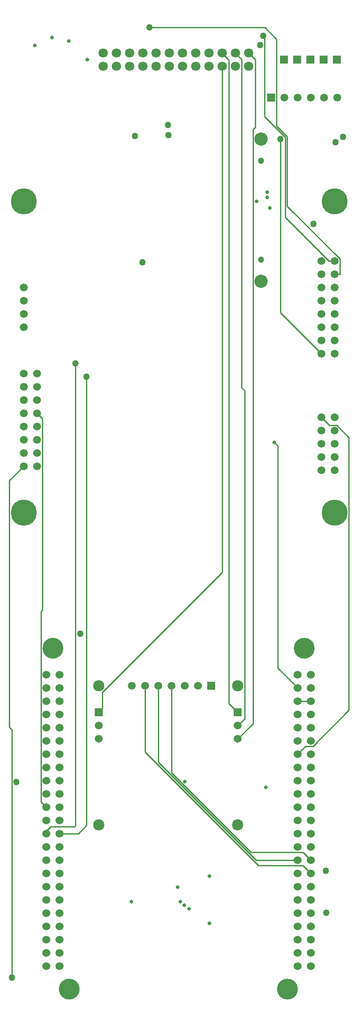
<source format=gbr>
G04 Layer_Physical_Order=5*
G04 Layer_Color=16440176*
%FSLAX26Y26*%
%MOIN*%
%TF.FileFunction,Copper,L5,Inr,Signal*%
%TF.Part,Single*%
G01*
G75*
%TA.AperFunction,Conductor*%
%ADD16C,0.010000*%
%TA.AperFunction,ComponentPad*%
%ADD17C,0.059055*%
%ADD18R,0.060000X0.060000*%
%ADD19C,0.047000*%
%ADD20C,0.100000*%
%ADD21R,0.059055X0.059055*%
%ADD22R,0.059055X0.059055*%
%TA.AperFunction,ViaPad*%
%ADD23C,0.085000*%
%ADD24C,0.196850*%
%ADD25C,0.196850*%
%TA.AperFunction,ComponentPad*%
%ADD26C,0.060000*%
%ADD27C,0.157480*%
%ADD28C,0.070866*%
%TA.AperFunction,ViaPad*%
%ADD29C,0.027559*%
%ADD30C,0.050000*%
D16*
X1895000Y530000D02*
X1920000Y505000D01*
X1920000Y-1172500D02*
X1920000Y505000D01*
X1920000Y-1172500D02*
X2069425Y-1321925D01*
X475000Y-2360000D02*
X475000Y1025000D01*
X412500Y-2422500D02*
X475000Y-2360000D01*
X390000Y-2365000D02*
X390000Y1125000D01*
X385000Y-2370000D02*
X390000Y-2365000D01*
X205000Y-2370000D02*
X385000Y-2370000D01*
X170000Y-2405000D02*
X205000Y-2370000D01*
X170000Y-2422500D02*
X170000Y-2405000D01*
X270000Y-2422500D02*
X412500Y-2422500D01*
X-108425Y-1619588D02*
X-91000Y-1637013D01*
X-91000Y-3509000D02*
X-91000Y-1637013D01*
X918149Y-1806205D02*
X918149Y-1308322D01*
X1018149Y-1884992D02*
X1018149Y-1308322D01*
X1118149Y-1963778D02*
X1118149Y-1308322D01*
X2069425Y-1329000D02*
X2069425Y-1321925D01*
X1670649Y-1555822D02*
X1670649Y920926D01*
X1646220Y945354D02*
X1670649Y920926D01*
X1597913Y3470409D02*
X1646220Y3422102D01*
X1497913Y3370410D02*
X1500000Y3368323D01*
X130000Y-747415D02*
X139528Y-737887D01*
X1697913Y3470410D02*
X1699590Y3470410D01*
X2067519Y-1831164D02*
X2067519Y-1824981D01*
X130000Y-2182500D02*
X130000Y-747415D01*
X167519Y-2231164D02*
X167519Y-2220019D01*
X2110000Y-2662500D02*
X2167519Y-2720019D01*
X2167519Y-2631164D02*
X2167519Y-2620019D01*
X1497913Y3470410D02*
X1497913Y3470410D01*
X2167519Y-2731164D02*
X2167519Y-2720019D01*
X918149Y-1806205D02*
X1774444Y-2662500D01*
X2110000Y-2662500D01*
X2058854Y-2622500D02*
X2067519Y-2631164D01*
X1755657Y-2622500D02*
X2058854Y-2622500D01*
X1018149Y-1884992D02*
X1755657Y-2622500D01*
X1118149Y-1963778D02*
X1716871Y-2562500D01*
X2110000Y-2562500D01*
X2167519Y-2620019D01*
X1618149Y-1708322D02*
X1734197Y-1592274D01*
X1550460Y-1440634D02*
X1618149Y-1508322D01*
X1497913Y3470410D02*
X1550460Y3417863D01*
X1618149Y-1608322D02*
X1670649Y-1555822D01*
X568149Y-1508322D02*
X592676Y-1483795D01*
X592676Y-1358041D02*
X1500000Y-450717D01*
X130000Y-2182500D02*
X167519Y-2220019D01*
X100000Y750000D02*
X139528Y710472D01*
X139528Y-737887D02*
X139528Y710472D01*
X2458425Y-1490643D02*
X2458425Y567475D01*
X2310472Y659528D02*
X2366373Y659528D01*
X2458425Y567475D01*
X2250000Y720000D02*
X2310472Y659528D01*
X2076183Y-1422500D02*
X2158854Y-1422500D01*
X2167519Y-1431164D01*
X1942000Y1508000D02*
X2250000Y1200000D01*
X2067519Y-1431164D02*
X2076183Y-1422500D01*
X-108425Y241575D02*
X0Y350000D01*
X-91000Y-3509000D02*
X-90000Y-3510000D01*
X592676Y-1483795D02*
X592676Y-1358041D01*
X2067519Y-1824981D02*
X2130000Y-1762500D01*
X2186568Y-1762500D01*
X2458425Y-1490643D01*
X-108425Y-1619588D02*
X-108425Y241575D01*
X1699590Y3470410D02*
X1750000Y3420000D01*
X1734197Y2894197D02*
X1750000Y2910000D01*
X1750000Y3420000D01*
X1822000Y2988497D02*
X1822000Y3614000D01*
X1822000Y2988497D02*
X1977000Y2833497D01*
X1977000Y2228900D02*
X1977000Y2833497D01*
X1977000Y2228900D02*
X2305900Y1900000D01*
X2350000Y1900000D01*
X1942000Y1508000D02*
X1942000Y2819000D01*
X1734197Y-1592274D02*
X1734197Y2894197D01*
X1646220Y945354D02*
X1646220Y3422102D01*
X1550460Y-1440634D02*
X1550460Y3417863D01*
X1500000Y-450717D02*
X1500000Y3368323D01*
X1911527Y2920184D02*
X1911527Y3573970D01*
X1911527Y2920184D02*
X1992000Y2839711D01*
X1992000Y2313900D02*
X1992000Y2839711D01*
X1992000Y2313900D02*
X2389528Y1916373D01*
X2389528Y1800000D02*
X2389528Y1916373D01*
X2350000Y1800000D02*
X2389528Y1800000D01*
X1823497Y3662000D02*
X1911527Y3573970D01*
X949000Y3662000D02*
X1823497Y3662000D01*
X1809000Y3601000D02*
X1822000Y3614000D01*
D17*
X0Y1600000D02*
D03*
X0Y1500000D02*
D03*
X0Y1700000D02*
D03*
X0Y1400000D02*
D03*
X2350000Y720000D02*
D03*
X2350000Y620000D02*
D03*
X2350000Y520000D02*
D03*
X2350000Y420000D02*
D03*
X2350000Y320000D02*
D03*
X2250000Y720000D02*
D03*
X2250000Y620000D02*
D03*
X2250000Y520000D02*
D03*
X2250000Y420000D02*
D03*
X2250000Y320000D02*
D03*
X2250000Y1900000D02*
D03*
X2250000Y1800000D02*
D03*
X2250000Y1700000D02*
D03*
X2250000Y1600000D02*
D03*
X2250000Y1500000D02*
D03*
X2350000Y1900000D02*
D03*
X2350000Y1800000D02*
D03*
X2350000Y1700000D02*
D03*
X2350000Y1600000D02*
D03*
X2350000Y1500000D02*
D03*
X2250000Y1400000D02*
D03*
X2250000Y1300000D02*
D03*
X2250000Y1200000D02*
D03*
X2350000Y1400000D02*
D03*
X2350000Y1300000D02*
D03*
X2350000Y1200000D02*
D03*
X0Y1050000D02*
D03*
X0Y950000D02*
D03*
X0Y850000D02*
D03*
X0Y750000D02*
D03*
X0Y650000D02*
D03*
X100000Y1050000D02*
D03*
X100000Y950000D02*
D03*
X100000Y850000D02*
D03*
X100000Y750000D02*
D03*
X100000Y650000D02*
D03*
X0Y550000D02*
D03*
X0Y450000D02*
D03*
X0Y350000D02*
D03*
X100000Y550000D02*
D03*
X100000Y450000D02*
D03*
X100000Y350000D02*
D03*
X818149Y-1308322D02*
D03*
X918149Y-1308322D02*
D03*
X1018149Y-1308322D02*
D03*
X1118149Y-1308322D02*
D03*
X1318149Y-1308322D02*
D03*
X1218149Y-1308322D02*
D03*
X568149Y-1608322D02*
D03*
X568149Y-1708322D02*
D03*
X1618149Y-1608322D02*
D03*
X1618149Y-1708322D02*
D03*
X1971999Y3133000D02*
D03*
X2071999Y3133000D02*
D03*
X2171999Y3133000D02*
D03*
X2271999Y3133000D02*
D03*
X2371999Y3133000D02*
D03*
D18*
X2267425Y3420000D02*
D03*
X2167425Y3420000D02*
D03*
X2067425Y3420000D02*
D03*
X1967425Y3420000D02*
D03*
X2367425Y3420000D02*
D03*
D19*
X1792597Y1908660D02*
D03*
X1794197Y2657260D02*
D03*
D20*
X1794197Y2819160D02*
D03*
X1794197Y1746760D02*
D03*
D21*
X1418149Y-1308322D02*
D03*
X1871999Y3133000D02*
D03*
D22*
X568149Y-1508322D02*
D03*
X1618149Y-1508322D02*
D03*
D23*
X568149Y-1308322D02*
D03*
X1618149Y-2358322D02*
D03*
X1618149Y-1308322D02*
D03*
X568149Y-2358322D02*
D03*
D24*
X2350000Y0D02*
D03*
X2350000Y2350000D02*
D03*
X0Y2350000D02*
D03*
D25*
X0Y0D02*
D03*
D26*
X170000Y-1222500D02*
D03*
X2070000Y-3422500D02*
D03*
X2070000Y-3322500D02*
D03*
X2070000Y-3222500D02*
D03*
X2070000Y-3122500D02*
D03*
X2070000Y-3022500D02*
D03*
X2070000Y-2922500D02*
D03*
X2070000Y-2822500D02*
D03*
X2070000Y-2722500D02*
D03*
X2070000Y-2622500D02*
D03*
X2070000Y-2522500D02*
D03*
X2070000Y-2422500D02*
D03*
X2070000Y-2322500D02*
D03*
X2070000Y-2222500D02*
D03*
X2070000Y-2122500D02*
D03*
X2070000Y-2022500D02*
D03*
X2070000Y-1922500D02*
D03*
X2070000Y-1822500D02*
D03*
X2070000Y-1722500D02*
D03*
X2070000Y-1622500D02*
D03*
X2070000Y-1522500D02*
D03*
X2070000Y-1422500D02*
D03*
X2070000Y-1322500D02*
D03*
X2170000Y-3422500D02*
D03*
X2170000Y-3322500D02*
D03*
X2170000Y-3222500D02*
D03*
X2170000Y-3122500D02*
D03*
X2170000Y-3022500D02*
D03*
X2170000Y-2922500D02*
D03*
X2170000Y-2822500D02*
D03*
X2170000Y-2722500D02*
D03*
X2170000Y-2622500D02*
D03*
X2170000Y-2522500D02*
D03*
X2170000Y-2422500D02*
D03*
X2170000Y-2322500D02*
D03*
X2170000Y-2222500D02*
D03*
X2170000Y-2122500D02*
D03*
X2170000Y-2022500D02*
D03*
X2170000Y-1922500D02*
D03*
X2170000Y-1822500D02*
D03*
X2170000Y-1722500D02*
D03*
X2170000Y-1622500D02*
D03*
X2170000Y-1522500D02*
D03*
X2170000Y-1422500D02*
D03*
X2170000Y-1322500D02*
D03*
X2170000Y-1222500D02*
D03*
X2070000Y-1222500D02*
D03*
X170000Y-3422500D02*
D03*
X170000Y-3322500D02*
D03*
X170000Y-3222500D02*
D03*
X170000Y-3122500D02*
D03*
X170000Y-3022500D02*
D03*
X170000Y-2922500D02*
D03*
X170000Y-2822500D02*
D03*
X170000Y-2722500D02*
D03*
X170000Y-2622500D02*
D03*
X170000Y-2522500D02*
D03*
X170000Y-2422500D02*
D03*
X170000Y-2322500D02*
D03*
X170000Y-2222500D02*
D03*
X170000Y-2122500D02*
D03*
X170000Y-2022500D02*
D03*
X170000Y-1922500D02*
D03*
X170000Y-1822500D02*
D03*
X170000Y-1722500D02*
D03*
X170000Y-1622500D02*
D03*
X170000Y-1522500D02*
D03*
X170000Y-1422500D02*
D03*
X170000Y-1322500D02*
D03*
X270000Y-3422500D02*
D03*
X270000Y-3322500D02*
D03*
X270000Y-3222500D02*
D03*
X270000Y-3122500D02*
D03*
X270000Y-3022500D02*
D03*
X270000Y-2922500D02*
D03*
X270000Y-2822500D02*
D03*
X270000Y-2722500D02*
D03*
X270000Y-2622500D02*
D03*
X270000Y-2522500D02*
D03*
X270000Y-2422500D02*
D03*
X270000Y-2322500D02*
D03*
X270000Y-2222500D02*
D03*
X270000Y-2122500D02*
D03*
X270000Y-2022500D02*
D03*
X270000Y-1922500D02*
D03*
X270000Y-1822500D02*
D03*
X270000Y-1722500D02*
D03*
X270000Y-1622500D02*
D03*
X270000Y-1522500D02*
D03*
X270000Y-1422500D02*
D03*
X270000Y-1322500D02*
D03*
X270000Y-1222500D02*
D03*
D27*
X345000Y-3597500D02*
D03*
X1995000Y-3597500D02*
D03*
X2120000Y-1022500D02*
D03*
X220000Y-1022500D02*
D03*
D28*
X600000Y3470000D02*
D03*
X600000Y3370000D02*
D03*
X1700000Y3470000D02*
D03*
X1600000Y3470000D02*
D03*
X1500000Y3470000D02*
D03*
X1400000Y3470000D02*
D03*
X1300000Y3470000D02*
D03*
X1200000Y3470000D02*
D03*
X1100000Y3470000D02*
D03*
X1000000Y3470000D02*
D03*
X900000Y3470000D02*
D03*
X800000Y3470000D02*
D03*
X1700000Y3370000D02*
D03*
X1600000Y3370000D02*
D03*
X1500000Y3370000D02*
D03*
X1400000Y3370000D02*
D03*
X1300000Y3370000D02*
D03*
X1200000Y3370000D02*
D03*
X1100000Y3370000D02*
D03*
X1000000Y3370000D02*
D03*
X900000Y3370000D02*
D03*
X800000Y3370000D02*
D03*
X700000Y3370000D02*
D03*
X700000Y3470000D02*
D03*
D29*
X1895000Y530000D02*
D03*
X1860000Y2300000D02*
D03*
X1760000Y2350000D02*
D03*
X1840000Y2380000D02*
D03*
X1183961Y-2937512D02*
D03*
X1404433Y-2744598D02*
D03*
X1404433Y-3101370D02*
D03*
X813882Y-2937512D02*
D03*
X1250890Y-2988693D02*
D03*
X1164276Y-2827276D02*
D03*
X1829630Y-2075307D02*
D03*
X1217000Y-2029000D02*
D03*
X1215000Y-2963000D02*
D03*
X480000Y3420000D02*
D03*
X340000Y3560000D02*
D03*
X215000Y3585000D02*
D03*
X85000Y3525000D02*
D03*
X1840000Y2420000D02*
D03*
D30*
X390000Y1125000D02*
D03*
X475000Y1025000D02*
D03*
X896000Y1891000D02*
D03*
X427000Y-915000D02*
D03*
X840000Y2843000D02*
D03*
X1942000Y2819000D02*
D03*
X2415000Y2837000D02*
D03*
X2356000Y2796000D02*
D03*
X2190000Y2180000D02*
D03*
X1095000Y2850000D02*
D03*
X1090000Y2925000D02*
D03*
X2286323Y-3020189D02*
D03*
X2282386Y-2705228D02*
D03*
X-90000Y-3510000D02*
D03*
X-56000Y-2033000D02*
D03*
X1787000Y3530000D02*
D03*
X949000Y3662000D02*
D03*
X1809000Y3601000D02*
D03*
%TF.MD5,a9dc48117d15d2959620d25a563e0a73*%
M02*

</source>
